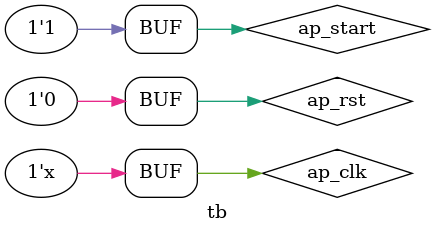
<source format=v>
`timescale 1 ns / 1 ps 
`include "macro.v"
module tb;

//################################################
//reg clk_p;
//wire clk_n;
reg ap_rst;
reg ap_clk;
reg ap_start;
//wire probe_out;
wire [3:0] data_out;
wire data_valid;

//wrapper top(.clk_p(clk_p), .clk_n(clk_n), .ap_rst(ap_rst), .probe_out(probe_out), .data_out(data_out), .data_valid(data_valid));

wrapper top(.ap_clk(ap_clk), .ap_rst(ap_rst), .data_out(data_out), .data_valid(data_valid), .ap_start(ap_start));

//################################################
//initial
//begin
//    clk_p = 0;
//    ap_rst = 1;
//    #100 ap_rst = 0;
//end

//always #1.667 clk_p = ~clk_p;
//assign clk_n = ~clk_p;

initial
begin
    ap_clk = 0;
    ap_rst = 1;
    #100 
    ap_rst = 0;
    ap_start = 1;
end

always #5 ap_clk = ~ap_clk;
//################################################
/*integer rec_x2_out_0;
initial rec_x2_out_0 = $fopen("fpga_x2_out_0.txt","w");
always@(posedge top. ap_clk)
begin
    if(top. x2_out_write)
    begin
        $fwrite(rec_x2_out_0, "%h\n", top. x2_out_din);
    end
end

integer rec_x1_out_0;
initial rec_x1_out_0 = $fopen("fpga_x1_out_0.txt","w");
always@(posedge top. ap_clk)
begin
    if(top. x1_out_write)
    begin
        $fwrite(rec_x1_out_0, "%h\n", top. x1_out_din);
    end
end
*/
endmodule

</source>
